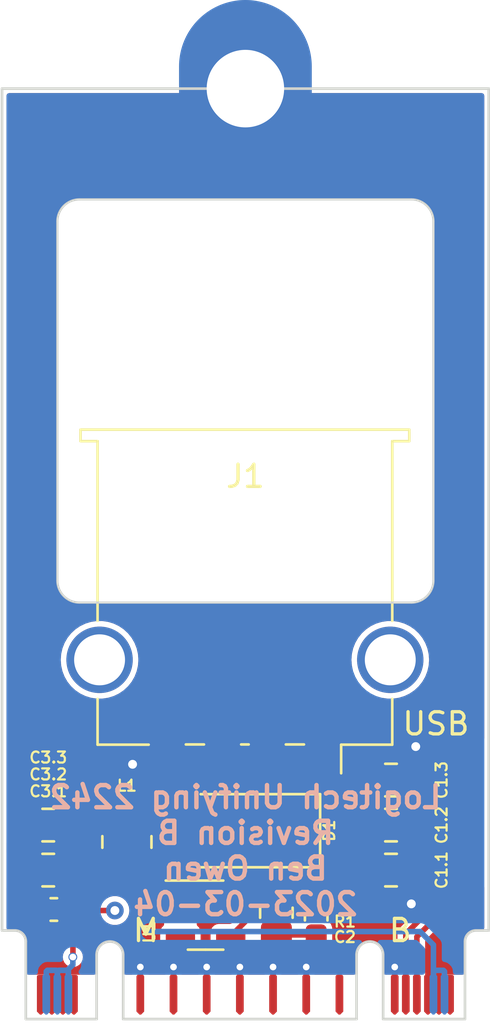
<source format=kicad_pcb>
(kicad_pcb (version 20221018) (generator pcbnew)
  (title_block (title "Logitech Unifying 2242") (date "2023-03-04") (rev "B") (company "Ben's Universe") (comment 1 "Ben Owen"))
  (layers (0 "F.Cu" signal) (31 "B.Cu" signal) (34 "B.Paste" user) (35 "F.Paste" user) (36 "B.SilkS" user "B.Silkscreen") (37 "F.SilkS" user "F.Silkscreen") (38 "B.Mask" user) (39 "F.Mask" user) (44 "Edge.Cuts" user))
  (net 0 "")
  (net 1 "+5V")
  (net 2 "GND")
  (net 3 "Net-(C2-Pad1)")
  (net 4 "+3V3")
  (net 5 "Net-(D1-A)")
  (net 6 "/USBD+")
  (net 7 "/USBD-")
  (footprint "Package_TO_SOT_SMD:SOT-23-5" (layer "F.Cu") (at 136.8 116.508)
    (fp_text reference "U1" (at -2.54 0.762 90) (layer "F.SilkS") (effects (font (size 0.5 0.5) (thickness 0.1))))
    (fp_text value "TPS613222ADBV")
    (fp_line (start 0 -1.56) (end -1.8 -1.56) (stroke (width 0.12)) (layer "F.SilkS"))
    (fp_line (start 0 -1.56) (end 0.8 -1.56) (stroke (width 0.12)) (layer "F.SilkS"))
    (fp_line (start 0 1.56) (end -0.8 1.56) (stroke (width 0.12)) (layer "F.SilkS"))
    (fp_line (start 0 1.56) (end 0.8 1.56) (stroke (width 0.12)) (layer "F.SilkS"))
    (pad "1" smd roundrect (at -1.1375 -0.95) (size 1.325 0.6) (layers "F.Cu" "F.Paste" "F.Mask") (net 5 "Net-(D1-A)"))
    (pad "2" smd roundrect (at -1.1375 0) (size 1.325 0.6) (layers "F.Cu" "F.Paste" "F.Mask") (net 2 "GND"))
    (pad "3" smd roundrect (at -1.1375 0.95) (size 1.325 0.6) (layers "F.Cu" "F.Paste" "F.Mask"))
    (pad "4" smd roundrect (at 1.1375 0.95) (size 1.325 0.6) (layers "F.Cu" "F.Paste" "F.Mask") (net 1 "+5V"))
    (pad "5" smd roundrect (at 1.1375 -0.95) (size 1.325 0.6) (layers "F.Cu" "F.Paste" "F.Mask"))
  )
  (footprint "Capacitor_SMD:C_0603_1608Metric_Pad1.08x0.95mm_HandSolder" (layer "F.Cu") (at 141.8 116.6 90)
    (fp_text reference "C2" (at -0.9 1.3) (layer "F.SilkS") (effects (font (size 0.5 0.5) (thickness 0.1))))
    (fp_text value "150pF")
    (fp_line (start -0.146267 -0.51) (end 0.146267 -0.51) (stroke (width 0.12)) (layer "F.SilkS"))
    (fp_line (start -0.146267 0.51) (end 0.146267 0.51) (stroke (width 0.12)) (layer "F.SilkS"))
    (pad "1" smd roundrect (at -0.8625 0 90) (size 1.075 0.95) (layers "F.Cu" "F.Paste" "F.Mask") (net 3 "Net-(C2-Pad1)"))
    (pad "2" smd roundrect (at 0.8625 0 90) (size 1.075 0.95) (layers "F.Cu" "F.Paste" "F.Mask") (net 1 "+5V"))
  )
  (footprint "Connector_USB:USB_A_TE_292303-7_Horizontal" (layer "F.Cu") (at 138.578 102.284 180)
    (fp_text reference "USB" (at -8.636 -5.588) (layer "F.SilkS"))
    (fp_text value "USB")
    (fp_line (start -7.43 7.17) (end -7.43 7.69) (stroke (width 0.12)) (layer "F.SilkS"))
    (fp_line (start -7.43 7.69) (end 7.43 7.69) (stroke (width 0.12)) (layer "F.SilkS"))
    (fp_line (start -6.66 -6.53) (end -6.66 -4.46) (stroke (width 0.12)) (layer "F.SilkS"))
    (fp_line (start -6.66 -6.53) (end -4.35 -6.53) (stroke (width 0.12)) (layer "F.SilkS"))
    (fp_line (start -6.66 7.17) (end -7.43 7.17) (stroke (width 0.12)) (layer "F.SilkS"))
    (fp_line (start -6.66 7.17) (end -6.66 -0.94) (stroke (width 0.12)) (layer "F.SilkS"))
    (fp_line (start -4.35 -7.82) (end -4.35 -6.53) (stroke (width 0.12)) (layer "F.SilkS"))
    (fp_line (start -2.67 -6.52) (end -1.85 -6.52) (stroke (width 0.12)) (layer "F.SilkS"))
    (fp_line (start -0.17 -6.52) (end 0.17 -6.52) (stroke (width 0.12)) (layer "F.SilkS"))
    (fp_line (start 1.85 -6.52) (end 2.67 -6.52) (stroke (width 0.12)) (layer "F.SilkS"))
    (fp_line (start 4.35 -6.53) (end 6.66 -6.53) (stroke (width 0.12)) (layer "F.SilkS"))
    (fp_line (start 6.66 -6.53) (end 6.66 -4.46) (stroke (width 0.12)) (layer "F.SilkS"))
    (fp_line (start 6.66 -0.94) (end 6.66 7.17) (stroke (width 0.12)) (layer "F.SilkS"))
    (fp_line (start 7.43 7.17) (end 6.66 7.17) (stroke (width 0.12)) (layer "F.SilkS"))
    (fp_line (start 7.43 7.69) (end 7.43 7.17) (stroke (width 0.12)) (layer "F.SilkS"))
    (pad "1" smd rect (at -3.5 -6.38 180) (size 1.25 3) (layers "F.Cu" "F.Paste" "F.Mask") (net 1 "+5V"))
    (pad "2" smd rect (at -1 -6.38 180) (size 1.25 3) (layers "F.Cu" "F.Paste" "F.Mask") (net 7 "/USBD-"))
    (pad "3" smd rect (at 1 -6.38 180) (size 1.25 3) (layers "F.Cu" "F.Paste" "F.Mask") (net 6 "/USBD+"))
    (pad "4" smd rect (at 3.5 -6.38 180) (size 1.25 3) (layers "F.Cu" "F.Paste" "F.Mask") (net 2 "GND"))
    (pad "5" thru_hole circle (at -6.57 -2.7 180) (size 3 3) (drill 2.3) (layers "*.Cu" "*.Mask"))
    (pad "5" thru_hole circle (at 6.57 -2.7 180) (size 3 3) (drill 2.3) (layers "*.Cu" "*.Mask"))
  )
  (footprint "Capacitor_SMD:C_0805_2012Metric_Pad1.18x1.45mm_HandSolder" (layer "F.Cu") (at 129.688 112.444 180)
    (fp_text reference "C3.3" (at 0 3.048 180) (layer "F.SilkS") (effects (font (size 0.5 0.5) (thickness 0.1))))
    (fp_text value "22uF")
    (fp_line (start -0.261252 -0.735) (end 0.261252 -0.735) (stroke (width 0.12)) (layer "F.SilkS"))
    (fp_line (start -0.261252 0.735) (end 0.261252 0.735) (stroke (width 0.12)) (layer "F.SilkS"))
    (pad "1" smd roundrect (at -1.0375 0 180) (size 1.175 1.45) (layers "F.Cu" "F.Paste" "F.Mask") (roundrect_rratio 0.2127659574) (net 4 "+3V3"))
    (pad "2" smd roundrect (at 1.0375 0 180) (size 1.175 1.45) (layers "F.Cu" "F.Paste" "F.Mask") (roundrect_rratio 0.2127659574) (net 2 "GND"))
  )
  (footprint "Inductor_SMD:L_1008_2520Metric_Pad1.43x2.20mm_HandSolder" (layer "F.Cu") (at 133.244 113.206 -90)
    (fp_text reference "L1" (at -2.54 0 180) (layer "F.SilkS") (effects (font (size 0.5 0.5) (thickness 0.1))))
    (fp_text value "2.2uH")
    (fp_line (start -0.261252 -1.11) (end 0.261252 -1.11) (stroke (width 0.12)) (layer "F.SilkS"))
    (fp_line (start -0.261252 1.11) (end 0.261252 1.11) (stroke (width 0.12)) (layer "F.SilkS"))
    (pad "1" smd roundrect (at -1.1625 0 270) (size 1.425 2.2) (layers "F.Cu" "F.Paste" "F.Mask") (roundrect_rratio 0.1754392982) (net 4 "+3V3"))
    (pad "2" smd roundrect (at 1.1625 0 270) (size 1.425 2.2) (layers "F.Cu" "F.Paste" "F.Mask") (roundrect_rratio 0.1754392982) (net 5 "Net-(D1-A)"))
  )
  (footprint "Capacitor_SMD:C_0805_2012Metric_Pad1.18x1.45mm_HandSolder" (layer "F.Cu") (at 145.182 112.444)
    (fp_text reference "C1.2" (at 2.286 0 90) (layer "F.SilkS") (effects (font (size 0.5 0.5) (thickness 0.1))))
    (fp_text value "10uF")
    (fp_line (start -0.261252 -0.735) (end 0.261252 -0.735) (stroke (width 0.12)) (layer "F.SilkS"))
    (fp_line (start -0.261252 0.735) (end 0.261252 0.735) (stroke (width 0.12)) (layer "F.SilkS"))
    (pad "1" smd roundrect (at -1.0375 0) (size 1.175 1.45) (layers "F.Cu" "F.Paste" "F.Mask") (roundrect_rratio 0.2127659574) (net 1 "+5V"))
    (pad "2" smd roundrect (at 1.0375 0) (size 1.175 1.45) (layers "F.Cu" "F.Paste" "F.Mask") (roundrect_rratio 0.2127659574) (net 2 "GND"))
  )
  (footprint "Capacitor_SMD:C_0805_2012Metric_Pad1.18x1.45mm_HandSolder" (layer "F.Cu") (at 145.182 114.476)
    (fp_text reference "C1.1" (at 2.286 0 90) (layer "F.SilkS") (effects (font (size 0.5 0.5) (thickness 0.1))))
    (fp_text value "10uF")
    (fp_line (start -0.261252 -0.735) (end 0.261252 -0.735) (stroke (width 0.12)) (layer "F.SilkS"))
    (fp_line (start -0.261252 0.735) (end 0.261252 0.735) (stroke (width 0.12)) (layer "F.SilkS"))
    (pad "1" smd roundrect (at -1.0375 0) (size 1.175 1.45) (layers "F.Cu" "F.Paste" "F.Mask") (roundrect_rratio 0.2127659574) (net 1 "+5V"))
    (pad "2" smd roundrect (at 1.0375 0) (size 1.175 1.45) (layers "F.Cu" "F.Paste" "F.Mask") (roundrect_rratio 0.2127659574) (net 2 "GND"))
  )
  (footprint "Connector_OTHER:M.2-2242-B+M-KEY_USB-ONLY" (layer "F.Cu") (at 138.6 121.2)
    (fp_text reference "J1" (at 0 -24.5 unlocked) (layer "F.SilkS"))
    (fp_text value "Bus_M.2_Socket_B")
    (fp_text user "B" (at 7 -4 unlocked) (layer "F.SilkS"))
    (fp_text user "M" (at -4.5 -4 unlocked) (layer "F.SilkS"))
    (fp_line (start -11 -4) (end -11 -42) (stroke (width 0.12)) (layer "Edge.Cuts"))
    (fp_line (start -10.425 -4) (end -11 -4) (stroke (width 0.12)) (layer "Edge.Cuts"))
    (fp_line (start -9.925 -3.5) (end -9.925 0) (stroke (width 0.12)) (layer "Edge.Cuts"))
    (fp_line (start -9.925 0) (end -6.725 0) (stroke (width 0.12)) (layer "Edge.Cuts"))
    (fp_line (start -6.725 0) (end -6.725 -2.9) (stroke (width 0.12)) (layer "Edge.Cuts"))
    (fp_line (start -5.525 -2.9) (end -5.525 0) (stroke (width 0.12)) (layer "Edge.Cuts"))
    (fp_line (start -5.525 0) (end 5.025 0) (stroke (width 0.12)) (layer "Edge.Cuts"))
    (fp_line (start 5.025 0) (end 5.025 -2.9) (stroke (width 0.12)) (layer "Edge.Cuts"))
    (fp_line (start 6.225 -2.9) (end 6.225 0) (stroke (width 0.12)) (layer "Edge.Cuts"))
    (fp_line (start 6.225 0) (end 9.925 0) (stroke (width 0.12)) (layer "Edge.Cuts"))
    (fp_line (start 9.925 0) (end 9.925 -3.5) (stroke (width 0.12)) (layer "Edge.Cuts"))
    (fp_line (start 10.425 -4) (end 11 -4) (stroke (width 0.12)) (layer "Edge.Cuts"))
    (fp_line (start 11 -42) (end -11 -42) (stroke (width 0.12)) (layer "Edge.Cuts"))
    (fp_line (start 11 -4) (end 11 -42) (stroke (width 0.12)) (layer "Edge.Cuts"))
    (fp_arc (start -10.425 -4) (mid -10.071447 -3.853553) (end -9.925 -3.5) (stroke (width 0.12)) (layer "Edge.Cuts"))
    (fp_arc (start -6.725 -2.9) (mid -6.125 -3.5) (end -5.525 -2.9) (stroke (width 0.12)) (layer "Edge.Cuts"))
    (fp_arc (start 5.025 -2.9) (mid 5.625 -3.5) (end 6.225 -2.9) (stroke (width 0.12)) (layer "Edge.Cuts"))
    (fp_arc (start 9.925 -3.5) (mid 10.071447 -3.853553) (end 10.425 -4) (stroke (width 0.12)) (layer "Edge.Cuts"))
    (pad "1" smd roundrect (at 9.25 -1.1) (size 0.35 1.8) (layers "F.Cu" "F.Paste" "F.Mask") (chamfer_ratio 0.4) (chamfer bottom_left bottom_right) (clearance 0.01))
    (pad "2" smd roundrect (at 9 -1.1) (size 0.35 1.8) (layers "B.Cu" "B.Paste" "B.Mask") (chamfer_ratio 0.4) (chamfer bottom_left bottom_right) (net 4 "+3V3") (clearance 0.01))
    (pad "3" thru_hole circle (at 0 -42) (size 5.5 5.5) (drill 3.5) (layers "*.Cu" "*.Mask") (net 2 "GND"))
    (pad "3" connect oval (at 0 -42) (size 6 8) (layers "B.Cu" "B.Mask") (net 2 "GND"))
    (pad "3" smd roundrect (at 8.75 -1.1) (size 0.35 1.8) (layers "F.Cu" "F.Paste" "F.Mask") (chamfer_ratio 0.4) (chamfer bottom_left bottom_right) (net 2 "GND") (clearance 0.01))
    (pad "4" smd roundrect (at 8.5 -1.1) (size 0.35 1.8) (layers "B.Cu" "B.Paste" "B.Mask") (chamfer_ratio 0.4) (chamfer bottom_left bottom_right) (net 4 "+3V3") (clearance 0.01))
    (pad "5" smd roundrect (at 8.25 -1.1) (size 0.35 1.8) (layers "F.Cu" "F.Paste" "F.Mask") (chamfer_ratio 0.4) (chamfer bottom_left bottom_right) (net 2 "GND") (clearance 0.01))
    (pad "7" smd roundrect (at 7.75 -1.1) (size 0.35 1.8) (layers "F.Cu" "F.Paste" "F.Mask") (chamfer_ratio 0.4) (chamfer bottom_left bottom_right) (net 6 "/USBD+") (clearance 0.01))
    (pad "9" smd roundrect (at 7.25 -1.1) (size 0.35 1.8) (layers "F.Cu" "F.Paste" "F.Mask") (chamfer_ratio 0.4) (chamfer bottom_left bottom_right) (net 7 "/USBD-") (clearance 0.01))
    (pad "11" smd roundrect (at 6.75 -1.1) (size 0.35 1.8) (layers "F.Cu" "F.Paste" "F.Mask") (chamfer_ratio 0.4) (chamfer bottom_left bottom_right) (net 2 "GND") (clearance 0.01))
    (pad "21" smd roundrect (at 4.25 -1.1) (size 0.35 1.8) (layers "F.Cu" "F.Paste" "F.Mask") (chamfer_ratio 0.4) (chamfer bottom_left bottom_right) (clearance 0.01))
    (pad "27" smd roundrect (at 2.75 -1.1) (size 0.35 1.8) (layers "F.Cu" "F.Paste" "F.Mask") (chamfer_ratio 0.4) (chamfer bottom_left bottom_right) (net 2 "GND") (clearance 0.01))
    (pad "33" smd roundrect (at 1.25 -1.1) (size 0.35 1.8) (layers "F.Cu" "F.Paste" "F.Mask") (chamfer_ratio 0.4) (chamfer bottom_left bottom_right) (net 2 "GND") (clearance 0.01))
    (pad "39" smd roundrect (at -0.25 -1.1) (size 0.35 1.8) (layers "F.Cu" "F.Paste" "F.Mask") (chamfer_ratio 0.4) (chamfer bottom_left bottom_right) (net 2 "GND") (clearance 0.01))
    (pad "45" smd roundrect (at -1.75 -1.1) (size 0.35 1.8) (layers "F.Cu" "F.Paste" "F.Mask") (chamfer_ratio 0.4) (chamfer bottom_left bottom_right) (net 2 "GND") (clearance 0.01))
    (pad "51" smd roundrect (at -3.25 -1.1) (size 0.35 1.8) (layers "F.Cu" "F.Paste" "F.Mask") (chamfer_ratio 0.4) (chamfer bottom_left bottom_right) (net 2 "GND") (clearance 0.01))
    (pad "57" smd roundrect (at -4.75 -1.1) (size 0.35 1.8) (layers "F.Cu" "F.Paste" "F.Mask") (chamfer_ratio 0.4) (chamfer bottom_left bottom_right) (net 2 "GND") (clearance 0.01))
    (pad "69" smd roundrect (at -7.75 -1.1) (size 0.35 1.8) (layers "F.Cu" "F.Paste" "F.Mask") (chamfer_ratio 0.4) (chamfer bottom_left bottom_right) (clearance 0.01))
    (pad "70" smd roundrect (at -8 -1.1) (size 0.35 1.8) (layers "B.Cu" "B.Paste" "B.Mask") (chamfer_ratio 0.4) (chamfer bottom_left bottom_right) (net 4 "+3V3") (clearance 0.01))
    (pad "71" smd roundrect (at -8.25 -1.1) (size 0.35 1.8) (layers "F.Cu" "F.Paste" "F.Mask") (chamfer_ratio 0.4) (chamfer bottom_left bottom_right) (net 2 "GND") (clearance 0.01))
    (pad "72" smd roundrect (at -8.5 -1.1) (size 0.35 1.8) (layers "B.Cu" "B.Paste" "B.Mask") (chamfer_ratio 0.4) (chamfer bottom_left bottom_right) (net 4 "+3V3") (clearance 0.01))
    (pad "73" smd roundrect (at -8.75 -1.1) (size 0.35 1.8) (layers "F.Cu" "F.Paste" "F.Mask") (chamfer_ratio 0.4) (chamfer bottom_left bottom_right) (net 2 "GND") (clearance 0.01))
    (pad "74" smd roundrect (at -9 -1.1) (size 0.35 1.8) (layers "B.Cu" "B.Paste" "B.Mask") (chamfer_ratio 0.4) (chamfer bottom_left bottom_right) (net 4 "+3V3") (clearance 0.01))
    (pad "75" smd roundrect (at -9.25 -1.1) (size 0.35 1.8) (layers "F.Cu" "F.Paste" "F.Mask") (chamfer_ratio 0.4) (chamfer bottom_left bottom_right) (clearance 0.01))
    (zone (net 0) (net_name "") (layers "F&B.Cu") (connect_pads (clearance 0)) (min_thickness 0.25)
      (keepout (tracks allowed) (vias allowed) (pads allowed) (copperpour not_allowed) (footprints allowed))
      (fill (thermal_gap 0.5) (thermal_bridge_width 0.5))
      (polygon (pts (xy 128.6 119.2) (xy 148.6 119.2) (xy 148.6 121.2) (xy 128.6 121.2)))
    )
  )
  (footprint "Capacitor_SMD:C_0603_1608Metric_Pad1.08x0.95mm_HandSolder" (layer "F.Cu") (at 129.942 116.254 180)
    (fp_text reference "C3.1" (at 0.254 5.334 180) (layer "F.SilkS") (effects (font (size 0.5 0.5) (thickness 0.1))))
    (fp_text value "100nF")
    (fp_line (start -0.146267 -0.51) (end 0.146267 -0.51) (stroke (width 0.12)) (layer "F.SilkS"))
    (fp_line (start -0.146267 0.51) (end 0.146267 0.51) (stroke (width 0.12)) (layer "F.SilkS"))
    (pad "1" smd roundrect (at -0.8625 0 180) (size 1.075 0.95) (layers "F.Cu" "F.Paste" "F.Mask") (net 4 "+3V3"))
    (pad "2" smd roundrect (at 0.8625 0 180) (size 1.075 0.95) (layers "F.Cu" "F.Paste" "F.Mask") (net 2 "GND"))
  )
  (footprint "Capacitor_SMD:C_0805_2012Metric_Pad1.18x1.45mm_HandSolder" (layer "F.Cu") (at 129.688 114.476 180)
    (fp_text reference "C3.2" (at 0 4.318 180) (layer "F.SilkS") (effects (font (size 0.5 0.5) (thickness 0.1))))
    (fp_text value "10uF")
    (fp_line (start -0.261252 -0.735) (end 0.261252 -0.735) (stroke (width 0.12)) (layer "F.SilkS"))
    (fp_line (start -0.261252 0.735) (end 0.261252 0.735) (stroke (width 0.12)) (layer "F.SilkS"))
    (pad "1" smd roundrect (at -1.0375 0 180) (size 1.175 1.45) (layers "F.Cu" "F.Paste" "F.Mask") (roundrect_rratio 0.2127659574) (net 4 "+3V3"))
    (pad "2" smd roundrect (at 1.0375 0 180) (size 1.175 1.45) (layers "F.Cu" "F.Paste" "F.Mask") (roundrect_rratio 0.2127659574) (net 2 "GND"))
  )
  (footprint "Diode_SMD:D_SMA" (layer "F.Cu") (at 138.578 112.698 180)
    (fp_text reference "D1" (at -3.81 0 270) (layer "F.SilkS") (effects (font (size 0.5 0.5) (thickness 0.1))))
    (fp_text value "D_Schottky")
    (fp_line (start -3.4 -1.65) (end -3.4 1.65) (stroke (width 0.12)) (layer "F.SilkS"))
    (fp_line (start -3.4 -1.65) (end 2 -1.65) (stroke (width 0.12)) (layer "F.SilkS"))
    (fp_line (start -3.4 1.65) (end 2 1.65) (stroke (width 0.12)) (layer "F.SilkS"))
    (pad "1" smd rect (at -2 0 180) (size 2.5 1.8) (layers "F.Cu" "F.Paste" "F.Mask") (net 1 "+5V"))
    (pad "2" smd rect (at 2 0 180) (size 2.5 1.8) (layers "F.Cu" "F.Paste" "F.Mask") (net 5 "Net-(D1-A)"))
  )
  (footprint "Resistor_SMD:R_0805_2012Metric_Pad1.20x1.40mm_HandSolder" (layer "F.Cu") (at 140 116.4 -90)
    (fp_text reference "R1" (at 0.4 -3.1) (layer "F.SilkS") (effects (font (size 0.5 0.5) (thickness 0.1))))
    (fp_text value "5")
    (fp_line (start -0.227064 -0.735) (end 0.227064 -0.735) (stroke (width 0.12)) (layer "F.SilkS"))
    (fp_line (start -0.227064 0.735) (end 0.227064 0.735) (stroke (width 0.12)) (layer "F.SilkS"))
    (pad "1" smd roundrect (at -1 0 270) (size 1.2 1.4) (layers "F.Cu" "F.Paste" "F.Mask") (roundrect_rratio 0.2083333333) (net 5 "Net-(D1-A)"))
    (pad "2" smd roundrect (at 1 0 270) (size 1.2 1.4) (layers "F.Cu" "F.Paste" "F.Mask") (roundrect_rratio 0.2083333333) (net 3 "Net-(C2-Pad1)"))
  )
  (footprint "Capacitor_SMD:C_0805_2012Metric_Pad1.18x1.45mm_HandSolder" (layer "F.Cu") (at 145.182 110.412)
    (fp_text reference "C1.3" (at 2.286 0 90) (layer "F.SilkS") (effects (font (size 0.5 0.5) (thickness 0.1))))
    (fp_text value "10uF")
    (fp_line (start -0.261252 -0.735) (end 0.261252 -0.735) (stroke (width 0.12)) (layer "F.SilkS"))
    (fp_line (start -0.261252 0.735) (end 0.261252 0.735) (stroke (width 0.12)) (layer "F.SilkS"))
    (pad "1" smd roundrect (at -1.0375 0) (size 1.175 1.45) (layers "F.Cu" "F.Paste" "F.Mask") (roundrect_rratio 0.2127659574) (net 1 "+5V"))
    (pad "2" smd roundrect (at 1.0375 0) (size 1.175 1.45) (layers "F.Cu" "F.Paste" "F.Mask") (roundrect_rratio 0.2127659574) (net 2 "GND"))
  )
  (gr_line (start 130.1 101.4) (end 130.1 85.2) (stroke (width 0.1)) (layer "Edge.Cuts"))
  (gr_arc (start 147.1 101.4) (mid 146.807107 102.107107) (end 146.1 102.4) (stroke (width 0.1)) (layer "Edge.Cuts"))
  (gr_line (start 146.1 102.4) (end 131.1 102.4) (stroke (width 0.1)) (layer "Edge.Cuts"))
  (gr_line (start 131.1 84.2) (end 146.1 84.2) (stroke (width 0.1)) (layer "Edge.Cuts"))
  (gr_arc (start 130.1 85.2) (mid 130.392893 84.492893) (end 131.1 84.2) (stroke (width 0.1)) (layer "Edge.Cuts"))
  (gr_arc (start 131.1 102.4) (mid 130.392893 102.107107) (end 130.1 101.4) (stroke (width 0.1)) (layer "Edge.Cuts"))
  (gr_arc (start 146.1 84.2) (mid 146.807107 84.492893) (end 147.1 85.2) (stroke (width 0.1)) (layer "Edge.Cuts"))
  (gr_line (start 147.1 85.2) (end 147.1 101.4) (stroke (width 0.1)) (layer "Edge.Cuts"))
  (gr_text "${TITLE}\nRevision ${REVISION}\n${COMMENT1}\n${ISSUE_DATE}" (at 138.6 113.6) (layer "B.SilkS") (effects (font (size 1 1) (thickness 0.2)) (justify mirror)))
  (segment (start 144.1445 112.444) (end 144.1445 110.412) (width 0.25) (layer "F.Cu") (net 1))
  (segment (start 143.8905 112.698) (end 144.1445 112.444) (width 0.25) (layer "F.Cu") (net 1))
  (segment (start 140.578 112.698) (end 143.8905 112.698) (width 0.25) (layer "F.Cu") (net 1))
  (segment (start 141.8 115.7375) (end 141.8 113.92) (width 0.25) (layer "F.Cu") (net 1))
  (segment (start 143.826 110.412) (end 144.1445 110.412) (width 0.25) (layer "F.Cu") (net 1))
  (segment (start 141.8 113.92) (end 140.578 112.698) (width 0.25) (layer "F.Cu") (net 1))
  (segment (start 141.0625 116.475) (end 141.8 115.7375) (width 0.25) (layer "F.Cu") (net 1))
  (segment (start 137.9375 117.458) (end 138.9205 116.475) (width 0.25) (layer "F.Cu") (net 1))
  (segment (start 142.078 108.664) (end 143.826 110.412) (width 0.25) (layer "F.Cu") (net 1))
  (segment (start 144.1445 114.476) (end 144.1445 112.444) (width 0.25) (layer "F.Cu") (net 1))
  (segment (start 138.9205 116.475) (end 141.0625 116.475) (width 0.25) (layer "F.Cu") (net 1))
  (segment (start 145.35 118.85) (end 145.35 120.1) (width 0.25) (layer "F.Cu") (net 2))
  (segment (start 146.9 119) (end 146.85 119.05) (width 0.25) (layer "F.Cu") (net 2))
  (segment (start 147.35 120.1) (end 147.35 119.05) (width 0.25) (layer "F.Cu") (net 2))
  (segment (start 133.85 118.85) (end 133.85 120.1) (width 0.25) (layer "F.Cu") (net 2))
  (segment (start 146.2195 110.412) (end 146.2195 108.9805) (width 0.25) (layer "F.Cu") (net 2))
  (segment (start 147.3 119) (end 146.9 119) (width 0.25) (layer "F.Cu") (net 2))
  (segment (start 147.35 119.05) (end 147.3 119) (width 0.25) (layer "F.Cu") (net 2))
  (segment (start 138.35 118.85) (end 138.35 120.1) (width 0.25) (layer "F.Cu") (net 2))
  (segment (start 129.9 119) (end 129.85 119.05) (width 0.25) (layer "F.Cu") (net 2))
  (segment (start 146.2195 114.476) (end 146.2195 115.8805) (width 0.25) (layer "F.Cu") (net 2))
  (segment (start 139.85 118.85) (end 139.85 120.1) (width 0.25) (layer "F.Cu") (net 2))
  (segment (start 135.35 118.85) (end 135.35 120.1) (width 0.25) (layer "F.Cu") (net 2))
  (segment (start 146.2195 115.8805) (end 146.1 116) (width 0.25) (layer "F.Cu") (net 2))
  (segment (start 129.85 119.05) (end 129.85 120.1) (width 0.25) (layer "F.Cu") (net 2))
  (segment (start 135.078 108.664) (end 134.536 108.664) (width 0.25) (layer "F.Cu") (net 2))
  (segment (start 146.85 119.05) (end 146.85 120.1) (width 0.25) (layer "F.Cu") (net 2))
  (segment (start 141.35 118.85) (end 141.35 120.1) (width 0.25) (layer "F.Cu") (net 2))
  (segment (start 130.35 120.1) (end 130.35 119.05) (width 0.25) (layer "F.Cu") (net 2))
  (segment (start 130.35 119.05) (end 130.3 119) (width 0.25) (layer "F.Cu") (net 2))
  (segment (start 134.536 108.664) (end 133.5 109.7) (width 0.25) (layer "F.Cu") (net 2))
  (segment (start 146.2195 112.444) (end 146.2195 114.476) (width 0.25) (layer "F.Cu") (net 2))
  (segment (start 130.3 119) (end 129.9 119) (width 0.25) (layer "F.Cu") (net 2))
  (segment (start 136.85 118.85) (end 136.85 120.1) (width 0.25) (layer "F.Cu") (net 2))
  (segment (start 146.2195 112.444) (end 146.2195 110.412) (width 0.25) (layer "F.Cu") (net 2))
  (segment (start 146.2195 108.9805) (end 146.3 108.9) (width 0.25) (layer "F.Cu") (net 2))
  (via (at 146.1 116) (size 0.8) (drill 0.4) (layers "F.Cu" "B.Cu") (net 2))
  (via (at 146.3 108.9) (size 0.8) (drill 0.4) (layers "F.Cu" "B.Cu") (net 2))
  (via (at 145.35 118.85) (size 0.5) (drill 0.3) (layers "F.Cu" "B.Cu") (net 2))
  (via (at 139.85 118.85) (size 0.5) (drill 0.3) (layers "F.Cu" "B.Cu") (net 2))
  (via (at 135.35 118.85) (size 0.5) (drill 0.3) (layers "F.Cu" "B.Cu") (net 2))
  (via (at 141.35 118.85) (size 0.5) (drill 0.3) (layers "F.Cu" "B.Cu") (net 2))
  (via (at 136.85 118.85) (size 0.5) (drill 0.3) (layers "F.Cu" "B.Cu") (net 2))
  (via (at 138.35 118.85) (size 0.5) (drill 0.3) (layers "F.Cu" "B.Cu") (net 2))
  (via (at 133.5 109.7) (size 0.8) (drill 0.4) (layers "F.Cu" "B.Cu") (net 2))
  (via (at 133.85 118.85) (size 0.5) (drill 0.3) (layers "F.Cu" "B.Cu") (net 2))
  (segment (start 141.7375 117.4) (end 141.8 117.4625) (width 0.25) (layer "F.Cu") (net 3))
  (segment (start 140 117.4) (end 141.7375 117.4) (width 0.25) (layer "F.Cu") (net 3))
  (segment (start 131.126 112.0435) (end 130.7255 112.444) (width 0.25) (layer "F.Cu") (net 4))
  (segment (start 130.7255 116.175) (end 130.8045 116.254) (width 0.25) (layer "F.Cu") (net 4))
  (segment (start 133.244 112.0435) (end 131.126 112.0435) (width 0.25) (layer "F.Cu") (net 4))
  (segment (start 132.7 116.3) (end 130.8505 116.3) (width 0.25) (layer "F.Cu") (net 4))
  (segment (start 130.7255 114.476) (end 130.7255 116.175) (width 0.25) (layer "F.Cu") (net 4))
  (segment (start 130.7255 114.476) (end 130.7255 112.444) (width 0.25) (layer "F.Cu") (net 4))
  (segment (start 130.8045 116.254) (end 130.8045 118.3955) (width 0.25) (layer "F.Cu") (net 4))
  (segment (start 130.8505 116.3) (end 130.8045 116.254) (width 0.25) (layer "F.Cu") (net 4))
  (segment (start 130.8045 118.3955) (end 130.8 118.4) (width 0.25) (layer "F.Cu") (net 4))
  (via (at 130.8 118.4) (size 0.4) (drill 0.3) (layers "F.Cu" "B.Cu") (net 4))
  (via (at 132.7 116.3) (size 0.8) (drill 0.4) (layers "F.Cu" "B.Cu") (net 4))
  (segment (start 130.1 119.05) (end 130.1 120.1) (width 0.25) (layer "B.Cu") (net 4))
  (segment (start 146.5 117.25) (end 141.6 117.25) (width 0.25) (layer "B.Cu") (net 4))
  (segment (start 130.55 119) (end 130.6 119.05) (width 0.25) (layer "B.Cu") (net 4))
  (segment (start 141.6 117.25) (end 134.275305 117.25) (width 0.25) (layer "B.Cu") (net 4))
  (segment (start 129.6 120.1) (end 129.6 119.05) (width 0.25) (layer "B.Cu") (net 4))
  (segment (start 147.1 117.85) (end 146.75 117.5) (width 0.25) (layer "B.Cu") (net 4))
  (segment (start 134.275305 117.25) (end 134.75 117.25) (width 0.25) (layer "B.Cu") (net 4))
  (segment (start 147.55 119) (end 147.6 119.05) (width 0.25) (layer "B.Cu") (net 4))
  (segment (start 147.6 119.05) (end 147.6 120.1) (width 0.25) (layer "B.Cu") (net 4))
  (segment (start 130.8 118.4) (end 130.8 118.75) (width 0.25) (layer "B.Cu") (net 4))
  (segment (start 147.15 119) (end 147.55 119) (width 0.25) (layer "B.Cu") (net 4))
  (segment (start 146.75 117.5) (end 146.5 117.25) (width 0.25) (layer "B.Cu") (net 4))
  (segment (start 129.65 119) (end 129.8 119) (width 0.25) (layer "B.Cu") (net 4))
  (segment (start 129.8 119) (end 130.05 119) (width 0.25) (layer "B.Cu") (net 4))
  (segment (start 130.8 118.75) (end 130.55 119) (width 0.25) (layer "B.Cu") (net 4))
  (segment (start 147.1 120.1) (end 147.1 119.05) (width 0.25) (layer "B.Cu") (net 4))
  (segment (start 130.6 119.05) (end 130.6 120.1) (width 0.25) (layer "B.Cu") (net 4))
  (segment (start 147.1 118.35) (end 147.1 117.85) (width 0.25) (layer "B.Cu") (net 4))
  (segment (start 147.1 119.05) (end 147.1 118.35) (width 0.25) (layer "B.Cu") (net 4))
  (segment (start 130.05 119) (end 130.1 119.05) (width 0.25) (layer "B.Cu") (net 4))
  (segment (start 129.8 119) (end 130 119) (width 0.25) (layer "B.Cu") (net 4))
  (segment (start 130.55 119) (end 130.2 119) (width 0.25) (layer "B.Cu") (net 4))
  (segment (start 147.1 119.05) (end 147.15 119) (width 0.25) (layer "B.Cu") (net 4))
  (segment (start 130.15 119) (end 130.55 119) (width 0.25) (layer "B.Cu") (net 4))
  (segment (start 129.6 119.05) (end 129.65 119) (width 0.25) (layer "B.Cu") (net 4))
  (segment (start 135.6625 115.558) (end 134.4335 115.558) (width 0.25) (layer "F.Cu") (net 5))
  (segment (start 135.6625 115.558) (end 136.578 114.6425) (width 0.25) (layer "F.Cu") (net 5))
  (segment (start 136.578 114.6425) (end 136.578 112.698) (width 0.25) (layer "F.Cu") (net 5))
  (segment (start 136.578 112.698) (end 137.298 112.698) (width 0.25) (layer "F.Cu") (net 5))
  (segment (start 134.4335 115.558) (end 133.244 114.3685) (width 0.25) (layer "F.Cu") (net 5))
  (segment (start 137.298 112.698) (end 140 115.4) (width 0.25) (layer "F.Cu") (net 5))
  (segment (start 138.328 106.41253) (end 138.328 107.039) (width 0.25) (layer "F.Cu") (net 6))
  (segment (start 137.578 107.789) (end 137.578 108.664) (width 0.25) (layer "F.Cu") (net 6))
  (segment (start 148.85 108.796446) (end 147.503554 107.45) (width 0.25) (layer "F.Cu") (net 6))
  (segment (start 148.85 114.986396) (end 148.85 108.796446) (width 0.25) (layer "F.Cu") (net 6))
  (segment (start 144.703554 107.45) (end 142.903554 105.65) (width 0.25) (layer "F.Cu") (net 6))
  (segment (start 146.35 119.95) (end 146.35 117.486396) (width 0.25) (layer "F.Cu") (net 6))
  (segment (start 146.35 117.486396) (end 148.85 114.986396) (width 0.25) (layer "F.Cu") (net 6))
  (segment (start 142.903554 105.65) (end 139.09053 105.65) (width 0.25) (layer "F.Cu") (net 6))
  (segment (start 139.09053 105.65) (end 138.328 106.41253) (width 0.25) (layer "F.Cu") (net 6))
  (segment (start 138.328 107.039) (end 137.578 107.789) (width 0.25) (layer "F.Cu") (net 6))
  (segment (start 147.503554 107.45) (end 144.703554 107.45) (width 0.25) (layer "F.Cu") (net 6))
  (segment (start 148.35 109.003554) (end 148.35 114.85) (width 0.25) (layer "F.Cu") (net 7))
  (segment (start 147.296446 107.95) (end 148.35 109.003554) (width 0.25) (layer "F.Cu") (net 7))
  (segment (start 142.696446 106.15) (end 144.496446 107.95) (width 0.25) (layer "F.Cu") (net 7))
  (segment (start 148.35 114.85) (end 145.85 117.35) (width 0.25) (layer "F.Cu") (net 7))
  (segment (start 139.578 108.664) (end 139.578 107.789) (width 0.25) (layer "F.Cu") (net 7))
  (segment (start 139.297638 106.15) (end 142.696446 106.15) (width 0.25) (layer "F.Cu") (net 7))
  (segment (start 145.85 117.35) (end 145.85 119.95) (width 0.25) (layer "F.Cu") (net 7))
  (segment (start 144.496446 107.95) (end 147.296446 107.95) (width 0.25) (layer "F.Cu") (net 7))
  (segment (start 138.828 107.039) (end 138.828 106.619638) (width 0.25) (layer "F.Cu") (net 7))
  (segment (start 139.578 107.789) (end 138.828 107.039) (width 0.25) (layer "F.Cu") (net 7))
  (segment (start 138.828 106.619638) (end 139.297638 106.15) (width 0.25) (layer "F.Cu") (net 7))
  (zone (net 2) (net_name "GND") (layers "F&B.Cu") (connect_pads (clearance 0.25)) (min_thickness 0.25) (fill yes (thermal_gap 0.15) (thermal_bridge_width 0.25))
    (polygon (pts (xy 149.4 121.1) (xy 127.8 121.1) (xy 127.8 79.4) (xy 149.4 79.4)))
  )
)
</source>
